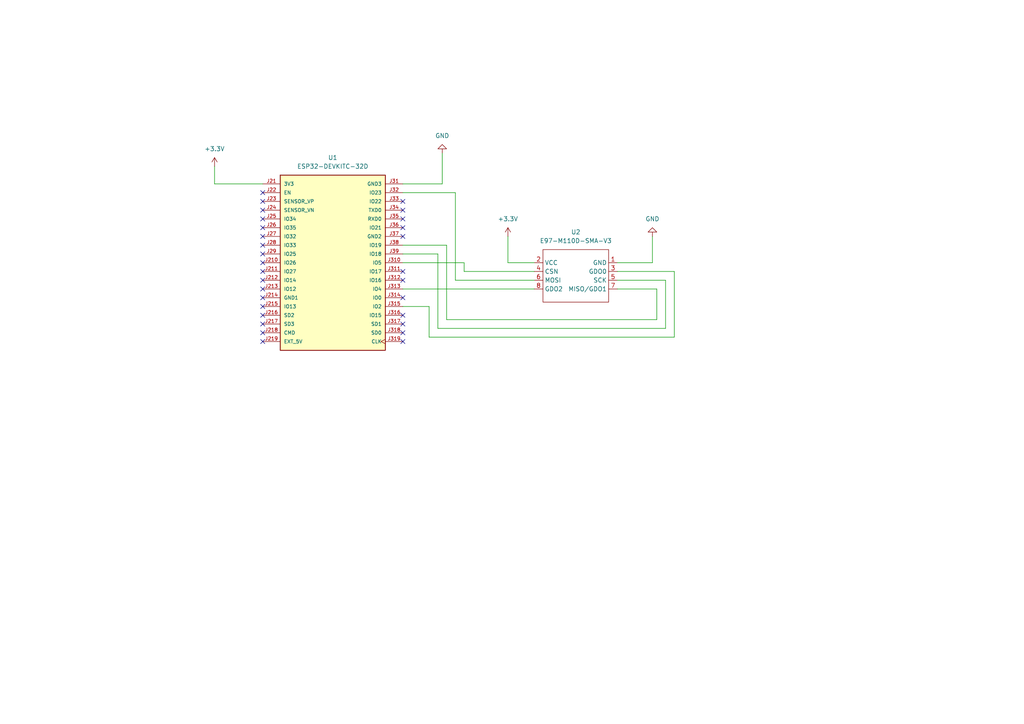
<source format=kicad_sch>
(kicad_sch (version 20211123) (generator eeschema)

  (uuid 045fda87-304c-46af-a1fc-26948de24d9a)

  (paper "A4")

  (lib_symbols
    (symbol "esp32-somfy-remote:E97-M110D-SMA-V3" (in_bom yes) (on_board yes)
      (property "Reference" "U" (id 0) (at -10.16 2.54 0)
        (effects (font (size 1.27 1.27)) (justify left))
      )
      (property "Value" "E97-M110D-SMA-V3" (id 1) (at -10.16 0 0)
        (effects (font (size 1.27 1.27)) (justify left))
      )
      (property "Footprint" "esp32-somfy-remote:E07-M1101D-SMA-v3" (id 2) (at 0 -19.05 0)
        (effects (font (size 1.27 1.27)) hide)
      )
      (property "Datasheet" "" (id 3) (at -15.24 -8.89 90)
        (effects (font (size 1.27 1.27)) hide)
      )
      (symbol "E97-M110D-SMA-V3_0_0"
        (pin power_in line (at 11.43 -5.08 180) (length 2.54)
          (name "GND" (effects (font (size 1.27 1.27))))
          (number "1" (effects (font (size 1.27 1.27))))
        )
        (pin power_in line (at -12.7 -5.08 0) (length 2.54)
          (name "VCC" (effects (font (size 1.27 1.27))))
          (number "2" (effects (font (size 1.27 1.27))))
        )
        (pin output line (at 11.43 -7.62 180) (length 2.54)
          (name "GDO0" (effects (font (size 1.27 1.27))))
          (number "3" (effects (font (size 1.27 1.27))))
        )
        (pin input line (at -12.7 -7.62 0) (length 2.54)
          (name "CSN" (effects (font (size 1.27 1.27))))
          (number "4" (effects (font (size 1.27 1.27))))
        )
        (pin input line (at 11.43 -10.16 180) (length 2.54)
          (name "SCK" (effects (font (size 1.27 1.27))))
          (number "5" (effects (font (size 1.27 1.27))))
        )
        (pin input line (at -12.7 -10.16 0) (length 2.54)
          (name "MOSI" (effects (font (size 1.27 1.27))))
          (number "6" (effects (font (size 1.27 1.27))))
        )
        (pin output line (at 11.43 -12.7 180) (length 2.54)
          (name "MISO/GDO1" (effects (font (size 1.27 1.27))))
          (number "7" (effects (font (size 1.27 1.27))))
        )
        (pin output line (at -12.7 -12.7 0) (length 2.54)
          (name "GDO2" (effects (font (size 1.27 1.27))))
          (number "8" (effects (font (size 1.27 1.27))))
        )
      )
      (symbol "E97-M110D-SMA-V3_0_1"
        (rectangle (start -10.16 -16.51) (end 8.89 -1.27)
          (stroke (width 0) (type default) (color 0 0 0 0))
          (fill (type none))
        )
      )
    )
    (symbol "esp32-somfy-remote:ESP32-DEVKITC-32D" (pin_names (offset 1.016)) (in_bom yes) (on_board yes)
      (property "Reference" "U" (id 0) (at -15.2654 26.0604 0)
        (effects (font (size 1.27 1.27)) (justify left bottom))
      )
      (property "Value" "ESP32-DEVKITC-32D" (id 1) (at -15.2654 -27.9654 0)
        (effects (font (size 1.27 1.27)) (justify left bottom))
      )
      (property "Footprint" "MODULE_ESP32-DEVKITC-32D" (id 2) (at -15.24 27.94 0)
        (effects (font (size 1.27 1.27)) (justify left bottom) hide)
      )
      (property "Datasheet" "" (id 3) (at 0 0 0)
        (effects (font (size 1.27 1.27)) (justify left bottom) hide)
      )
      (symbol "ESP32-DEVKITC-32D_0_0"
        (rectangle (start -15.24 -25.4) (end 15.24 25.4)
          (stroke (width 0.254) (type default) (color 0 0 0 0))
          (fill (type background))
        )
        (pin power_in line (at -20.32 22.86 0) (length 5.08)
          (name "3V3" (effects (font (size 1.016 1.016))))
          (number "J21" (effects (font (size 1.016 1.016))))
        )
        (pin bidirectional line (at -20.32 0 0) (length 5.08)
          (name "IO26" (effects (font (size 1.016 1.016))))
          (number "J210" (effects (font (size 1.016 1.016))))
        )
        (pin bidirectional line (at -20.32 -2.54 0) (length 5.08)
          (name "IO27" (effects (font (size 1.016 1.016))))
          (number "J211" (effects (font (size 1.016 1.016))))
        )
        (pin bidirectional line (at -20.32 -5.08 0) (length 5.08)
          (name "IO14" (effects (font (size 1.016 1.016))))
          (number "J212" (effects (font (size 1.016 1.016))))
        )
        (pin bidirectional line (at -20.32 -7.62 0) (length 5.08)
          (name "IO12" (effects (font (size 1.016 1.016))))
          (number "J213" (effects (font (size 1.016 1.016))))
        )
        (pin power_in line (at -20.32 -10.16 0) (length 5.08)
          (name "GND1" (effects (font (size 1.016 1.016))))
          (number "J214" (effects (font (size 1.016 1.016))))
        )
        (pin bidirectional line (at -20.32 -12.7 0) (length 5.08)
          (name "IO13" (effects (font (size 1.016 1.016))))
          (number "J215" (effects (font (size 1.016 1.016))))
        )
        (pin bidirectional line (at -20.32 -15.24 0) (length 5.08)
          (name "SD2" (effects (font (size 1.016 1.016))))
          (number "J216" (effects (font (size 1.016 1.016))))
        )
        (pin bidirectional line (at -20.32 -17.78 0) (length 5.08)
          (name "SD3" (effects (font (size 1.016 1.016))))
          (number "J217" (effects (font (size 1.016 1.016))))
        )
        (pin bidirectional line (at -20.32 -20.32 0) (length 5.08)
          (name "CMD" (effects (font (size 1.016 1.016))))
          (number "J218" (effects (font (size 1.016 1.016))))
        )
        (pin power_in line (at -20.32 -22.86 0) (length 5.08)
          (name "EXT_5V" (effects (font (size 1.016 1.016))))
          (number "J219" (effects (font (size 1.016 1.016))))
        )
        (pin input line (at -20.32 20.32 0) (length 5.08)
          (name "EN" (effects (font (size 1.016 1.016))))
          (number "J22" (effects (font (size 1.016 1.016))))
        )
        (pin input line (at -20.32 17.78 0) (length 5.08)
          (name "SENSOR_VP" (effects (font (size 1.016 1.016))))
          (number "J23" (effects (font (size 1.016 1.016))))
        )
        (pin input line (at -20.32 15.24 0) (length 5.08)
          (name "SENSOR_VN" (effects (font (size 1.016 1.016))))
          (number "J24" (effects (font (size 1.016 1.016))))
        )
        (pin bidirectional line (at -20.32 12.7 0) (length 5.08)
          (name "IO34" (effects (font (size 1.016 1.016))))
          (number "J25" (effects (font (size 1.016 1.016))))
        )
        (pin bidirectional line (at -20.32 10.16 0) (length 5.08)
          (name "IO35" (effects (font (size 1.016 1.016))))
          (number "J26" (effects (font (size 1.016 1.016))))
        )
        (pin bidirectional line (at -20.32 7.62 0) (length 5.08)
          (name "IO32" (effects (font (size 1.016 1.016))))
          (number "J27" (effects (font (size 1.016 1.016))))
        )
        (pin bidirectional line (at -20.32 5.08 0) (length 5.08)
          (name "IO33" (effects (font (size 1.016 1.016))))
          (number "J28" (effects (font (size 1.016 1.016))))
        )
        (pin bidirectional line (at -20.32 2.54 0) (length 5.08)
          (name "IO25" (effects (font (size 1.016 1.016))))
          (number "J29" (effects (font (size 1.016 1.016))))
        )
        (pin power_in line (at 20.32 22.86 180) (length 5.08)
          (name "GND3" (effects (font (size 1.016 1.016))))
          (number "J31" (effects (font (size 1.016 1.016))))
        )
        (pin bidirectional line (at 20.32 0 180) (length 5.08)
          (name "IO5" (effects (font (size 1.016 1.016))))
          (number "J310" (effects (font (size 1.016 1.016))))
        )
        (pin bidirectional line (at 20.32 -2.54 180) (length 5.08)
          (name "IO17" (effects (font (size 1.016 1.016))))
          (number "J311" (effects (font (size 1.016 1.016))))
        )
        (pin bidirectional line (at 20.32 -5.08 180) (length 5.08)
          (name "IO16" (effects (font (size 1.016 1.016))))
          (number "J312" (effects (font (size 1.016 1.016))))
        )
        (pin bidirectional line (at 20.32 -7.62 180) (length 5.08)
          (name "IO4" (effects (font (size 1.016 1.016))))
          (number "J313" (effects (font (size 1.016 1.016))))
        )
        (pin bidirectional line (at 20.32 -10.16 180) (length 5.08)
          (name "IO0" (effects (font (size 1.016 1.016))))
          (number "J314" (effects (font (size 1.016 1.016))))
        )
        (pin bidirectional line (at 20.32 -12.7 180) (length 5.08)
          (name "IO2" (effects (font (size 1.016 1.016))))
          (number "J315" (effects (font (size 1.016 1.016))))
        )
        (pin bidirectional line (at 20.32 -15.24 180) (length 5.08)
          (name "IO15" (effects (font (size 1.016 1.016))))
          (number "J316" (effects (font (size 1.016 1.016))))
        )
        (pin bidirectional line (at 20.32 -17.78 180) (length 5.08)
          (name "SD1" (effects (font (size 1.016 1.016))))
          (number "J317" (effects (font (size 1.016 1.016))))
        )
        (pin bidirectional line (at 20.32 -20.32 180) (length 5.08)
          (name "SD0" (effects (font (size 1.016 1.016))))
          (number "J318" (effects (font (size 1.016 1.016))))
        )
        (pin input clock (at 20.32 -22.86 180) (length 5.08)
          (name "CLK" (effects (font (size 1.016 1.016))))
          (number "J319" (effects (font (size 1.016 1.016))))
        )
        (pin bidirectional line (at 20.32 20.32 180) (length 5.08)
          (name "IO23" (effects (font (size 1.016 1.016))))
          (number "J32" (effects (font (size 1.016 1.016))))
        )
        (pin bidirectional line (at 20.32 17.78 180) (length 5.08)
          (name "IO22" (effects (font (size 1.016 1.016))))
          (number "J33" (effects (font (size 1.016 1.016))))
        )
        (pin output line (at 20.32 15.24 180) (length 5.08)
          (name "TXD0" (effects (font (size 1.016 1.016))))
          (number "J34" (effects (font (size 1.016 1.016))))
        )
        (pin input line (at 20.32 12.7 180) (length 5.08)
          (name "RXD0" (effects (font (size 1.016 1.016))))
          (number "J35" (effects (font (size 1.016 1.016))))
        )
        (pin bidirectional line (at 20.32 10.16 180) (length 5.08)
          (name "IO21" (effects (font (size 1.016 1.016))))
          (number "J36" (effects (font (size 1.016 1.016))))
        )
        (pin power_in line (at 20.32 7.62 180) (length 5.08)
          (name "GND2" (effects (font (size 1.016 1.016))))
          (number "J37" (effects (font (size 1.016 1.016))))
        )
        (pin bidirectional line (at 20.32 5.08 180) (length 5.08)
          (name "IO19" (effects (font (size 1.016 1.016))))
          (number "J38" (effects (font (size 1.016 1.016))))
        )
        (pin bidirectional line (at 20.32 2.54 180) (length 5.08)
          (name "IO18" (effects (font (size 1.016 1.016))))
          (number "J39" (effects (font (size 1.016 1.016))))
        )
      )
    )
    (symbol "power:+3.3V" (power) (pin_names (offset 0)) (in_bom yes) (on_board yes)
      (property "Reference" "#PWR" (id 0) (at 0 -3.81 0)
        (effects (font (size 1.27 1.27)) hide)
      )
      (property "Value" "+3.3V" (id 1) (at 0 3.556 0)
        (effects (font (size 1.27 1.27)))
      )
      (property "Footprint" "" (id 2) (at 0 0 0)
        (effects (font (size 1.27 1.27)) hide)
      )
      (property "Datasheet" "" (id 3) (at 0 0 0)
        (effects (font (size 1.27 1.27)) hide)
      )
      (property "ki_keywords" "power-flag" (id 4) (at 0 0 0)
        (effects (font (size 1.27 1.27)) hide)
      )
      (property "ki_description" "Power symbol creates a global label with name \"+3.3V\"" (id 5) (at 0 0 0)
        (effects (font (size 1.27 1.27)) hide)
      )
      (symbol "+3.3V_0_1"
        (polyline
          (pts
            (xy -0.762 1.27)
            (xy 0 2.54)
          )
          (stroke (width 0) (type default) (color 0 0 0 0))
          (fill (type none))
        )
        (polyline
          (pts
            (xy 0 0)
            (xy 0 2.54)
          )
          (stroke (width 0) (type default) (color 0 0 0 0))
          (fill (type none))
        )
        (polyline
          (pts
            (xy 0 2.54)
            (xy 0.762 1.27)
          )
          (stroke (width 0) (type default) (color 0 0 0 0))
          (fill (type none))
        )
      )
      (symbol "+3.3V_1_1"
        (pin power_in line (at 0 0 90) (length 0) hide
          (name "+3.3V" (effects (font (size 1.27 1.27))))
          (number "1" (effects (font (size 1.27 1.27))))
        )
      )
    )
    (symbol "power:GND" (power) (pin_names (offset 0)) (in_bom yes) (on_board yes)
      (property "Reference" "#PWR" (id 0) (at 0 -6.35 0)
        (effects (font (size 1.27 1.27)) hide)
      )
      (property "Value" "GND" (id 1) (at 0 -3.81 0)
        (effects (font (size 1.27 1.27)))
      )
      (property "Footprint" "" (id 2) (at 0 0 0)
        (effects (font (size 1.27 1.27)) hide)
      )
      (property "Datasheet" "" (id 3) (at 0 0 0)
        (effects (font (size 1.27 1.27)) hide)
      )
      (property "ki_keywords" "power-flag" (id 4) (at 0 0 0)
        (effects (font (size 1.27 1.27)) hide)
      )
      (property "ki_description" "Power symbol creates a global label with name \"GND\" , ground" (id 5) (at 0 0 0)
        (effects (font (size 1.27 1.27)) hide)
      )
      (symbol "GND_0_1"
        (polyline
          (pts
            (xy 0 0)
            (xy 0 -1.27)
            (xy 1.27 -1.27)
            (xy 0 -2.54)
            (xy -1.27 -1.27)
            (xy 0 -1.27)
          )
          (stroke (width 0) (type default) (color 0 0 0 0))
          (fill (type none))
        )
      )
      (symbol "GND_1_1"
        (pin power_in line (at 0 0 270) (length 0) hide
          (name "GND" (effects (font (size 1.27 1.27))))
          (number "1" (effects (font (size 1.27 1.27))))
        )
      )
    )
  )


  (no_connect (at 116.84 60.96) (uuid 0401a096-4ca5-497a-b863-31f2c6506b90))
  (no_connect (at 116.84 63.5) (uuid 09023028-1e00-46f3-a799-7cf73697d815))
  (no_connect (at 76.2 55.88) (uuid 129ac93c-06a1-4c95-8005-cc8ff5de35f6))
  (no_connect (at 116.84 81.28) (uuid 14271bed-72d8-445a-bacb-8caf2f675d83))
  (no_connect (at 76.2 86.36) (uuid 1abab7fb-dee6-42f7-b9fa-95ccb8ffb1b6))
  (no_connect (at 116.84 93.98) (uuid 229b16f3-666d-4ea5-9163-10c439d8285a))
  (no_connect (at 76.2 63.5) (uuid 292cb311-40db-4241-bf97-e067060fc8eb))
  (no_connect (at 116.84 86.36) (uuid 2be53721-eeb0-4380-92c1-bdbbe84110c0))
  (no_connect (at 76.2 68.58) (uuid 2eb57a69-5e3a-442f-808b-00f154f1b6db))
  (no_connect (at 76.2 81.28) (uuid 33e99305-d39f-4073-acd5-c4e7089e66c6))
  (no_connect (at 116.84 96.52) (uuid 3694c92c-033c-4f18-bc30-4ddeae946b00))
  (no_connect (at 116.84 99.06) (uuid 38d153ab-d7c8-411e-9d06-2451e2a6e383))
  (no_connect (at 76.2 60.96) (uuid 3c75710f-23cd-482b-808a-a314859e2914))
  (no_connect (at 76.2 99.06) (uuid 3fae7768-3d75-4836-b7e1-ebf26a367be9))
  (no_connect (at 76.2 88.9) (uuid 49b589fa-7ff0-45cf-b52d-769856beeabb))
  (no_connect (at 116.84 78.74) (uuid 4c2724a3-a8f5-40ae-ba0c-3291f93d2b05))
  (no_connect (at 76.2 76.2) (uuid 5ccfb799-b045-4c01-bc10-0130c544547c))
  (no_connect (at 76.2 96.52) (uuid 69452022-922e-46f3-baba-e417403247ea))
  (no_connect (at 116.84 58.42) (uuid 83fa825c-412d-4cc0-af7a-77c74a9242c1))
  (no_connect (at 76.2 93.98) (uuid 8c37ebb6-e377-4bbe-8c37-3dabd72d6238))
  (no_connect (at 116.84 91.44) (uuid 9a3c2c9d-f80b-4f53-a05f-55a60eea0754))
  (no_connect (at 76.2 66.04) (uuid a476498e-763a-4562-81d6-067eebd63624))
  (no_connect (at 76.2 71.12) (uuid a4d0b32a-91b2-4d6a-a1f6-cd74a077e0f4))
  (no_connect (at 76.2 73.66) (uuid ae9d83ad-6093-488c-8a1d-3600d5ca3d03))
  (no_connect (at 76.2 78.74) (uuid b42ff3d0-1d2d-4ea6-ac04-4e81dca5a266))
  (no_connect (at 76.2 58.42) (uuid c074f818-9595-4c79-bc1a-43505b9e83d5))
  (no_connect (at 76.2 91.44) (uuid cba06a86-e376-4fcc-8809-31681f121f58))
  (no_connect (at 76.2 83.82) (uuid dc6ab70f-8ea0-459f-b678-60edf5ea1e85))
  (no_connect (at 116.84 68.58) (uuid ee7afd16-bde4-43be-b9d2-394d97626a9e))
  (no_connect (at 116.84 66.04) (uuid fbc8eb14-ae8d-4756-bf27-f24c32390f02))

  (wire (pts (xy 128.27 53.34) (xy 128.27 44.45))
    (stroke (width 0) (type default) (color 0 0 0 0))
    (uuid 04b6780a-c801-43dd-b4b4-d481265b3a25)
  )
  (wire (pts (xy 193.04 95.25) (xy 193.04 81.28))
    (stroke (width 0) (type default) (color 0 0 0 0))
    (uuid 2f529bf4-73d6-42c5-8ce1-b68f3e1c17ab)
  )
  (wire (pts (xy 129.54 92.71) (xy 190.5 92.71))
    (stroke (width 0) (type default) (color 0 0 0 0))
    (uuid 36669b2b-ee20-48c7-b8c3-f78ed06a0475)
  )
  (wire (pts (xy 124.46 97.79) (xy 124.46 88.9))
    (stroke (width 0) (type default) (color 0 0 0 0))
    (uuid 38a40fc0-9fcb-4d32-b12e-1821532231f0)
  )
  (wire (pts (xy 134.62 78.74) (xy 154.94 78.74))
    (stroke (width 0) (type default) (color 0 0 0 0))
    (uuid 41514ed6-9583-47a2-ba1c-35f767ba8e89)
  )
  (wire (pts (xy 116.84 53.34) (xy 128.27 53.34))
    (stroke (width 0) (type default) (color 0 0 0 0))
    (uuid 47685f97-651d-482a-b373-f6a8c6669cfe)
  )
  (wire (pts (xy 132.08 55.88) (xy 132.08 81.28))
    (stroke (width 0) (type default) (color 0 0 0 0))
    (uuid 5fb7354b-01e1-4720-aeed-896fa55c6fb0)
  )
  (wire (pts (xy 116.84 55.88) (xy 132.08 55.88))
    (stroke (width 0) (type default) (color 0 0 0 0))
    (uuid 61cbda10-9fec-4563-861d-282ad25cc7a6)
  )
  (wire (pts (xy 124.46 88.9) (xy 116.84 88.9))
    (stroke (width 0) (type default) (color 0 0 0 0))
    (uuid 6773225e-55e0-4bb5-a1c3-75bff49ef60f)
  )
  (wire (pts (xy 124.46 97.79) (xy 195.58 97.79))
    (stroke (width 0) (type default) (color 0 0 0 0))
    (uuid 7ee558b3-8bfb-4e42-a043-463f6955c055)
  )
  (wire (pts (xy 129.54 71.12) (xy 129.54 92.71))
    (stroke (width 0) (type default) (color 0 0 0 0))
    (uuid 8319aabd-5459-42df-91f7-cfd235bef703)
  )
  (wire (pts (xy 189.23 76.2) (xy 179.07 76.2))
    (stroke (width 0) (type default) (color 0 0 0 0))
    (uuid 83ca4b91-5a1b-474a-af00-834f8123967e)
  )
  (wire (pts (xy 76.2 53.34) (xy 62.23 53.34))
    (stroke (width 0) (type default) (color 0 0 0 0))
    (uuid 8f545743-dd9f-4e8b-9bd2-c3fb54f719dc)
  )
  (wire (pts (xy 195.58 97.79) (xy 195.58 78.74))
    (stroke (width 0) (type default) (color 0 0 0 0))
    (uuid 94f040b2-6dc3-4a37-bf3f-113f1fa438f6)
  )
  (wire (pts (xy 116.84 76.2) (xy 134.62 76.2))
    (stroke (width 0) (type default) (color 0 0 0 0))
    (uuid 9f770b0f-ce58-49f9-bdaf-fb5049766acb)
  )
  (wire (pts (xy 134.62 76.2) (xy 134.62 78.74))
    (stroke (width 0) (type default) (color 0 0 0 0))
    (uuid a26338fe-f9a9-426d-8778-d3685e598b68)
  )
  (wire (pts (xy 147.32 76.2) (xy 154.94 76.2))
    (stroke (width 0) (type default) (color 0 0 0 0))
    (uuid adedaeff-94a9-47ef-8101-e3e8afaa06cf)
  )
  (wire (pts (xy 195.58 78.74) (xy 179.07 78.74))
    (stroke (width 0) (type default) (color 0 0 0 0))
    (uuid b1c5f79b-6f34-42c6-8509-0e8c34a2d40c)
  )
  (wire (pts (xy 132.08 81.28) (xy 154.94 81.28))
    (stroke (width 0) (type default) (color 0 0 0 0))
    (uuid b32ac505-b8f3-4547-8f85-c033c029ba4e)
  )
  (wire (pts (xy 147.32 68.58) (xy 147.32 76.2))
    (stroke (width 0) (type default) (color 0 0 0 0))
    (uuid b6cd67d6-21f3-477b-9fd2-e10038c33255)
  )
  (wire (pts (xy 116.84 71.12) (xy 129.54 71.12))
    (stroke (width 0) (type default) (color 0 0 0 0))
    (uuid ba093d8e-af55-4cd7-b7f6-449372d21055)
  )
  (wire (pts (xy 62.23 53.34) (xy 62.23 48.26))
    (stroke (width 0) (type default) (color 0 0 0 0))
    (uuid be7f05f6-f40b-4c2a-a2e4-31ec06114179)
  )
  (wire (pts (xy 116.84 73.66) (xy 127 73.66))
    (stroke (width 0) (type default) (color 0 0 0 0))
    (uuid bf975d3a-87fc-4515-8c59-8c6630f798ec)
  )
  (wire (pts (xy 190.5 92.71) (xy 190.5 83.82))
    (stroke (width 0) (type default) (color 0 0 0 0))
    (uuid bfa62700-5e88-4fb9-a8cd-db8961ebb402)
  )
  (wire (pts (xy 116.84 83.82) (xy 154.94 83.82))
    (stroke (width 0) (type default) (color 0 0 0 0))
    (uuid c5ece771-d9b9-482d-ab4b-9f0d282e6797)
  )
  (wire (pts (xy 190.5 83.82) (xy 179.07 83.82))
    (stroke (width 0) (type default) (color 0 0 0 0))
    (uuid c84fb934-16b1-42d9-b8dc-a0c381b7efa8)
  )
  (wire (pts (xy 127 73.66) (xy 127 95.25))
    (stroke (width 0) (type default) (color 0 0 0 0))
    (uuid ce966f06-1d96-4a47-a449-1eb1f080e535)
  )
  (wire (pts (xy 193.04 81.28) (xy 179.07 81.28))
    (stroke (width 0) (type default) (color 0 0 0 0))
    (uuid d05ff5a4-820d-4c73-989c-86754573780b)
  )
  (wire (pts (xy 189.23 68.58) (xy 189.23 76.2))
    (stroke (width 0) (type default) (color 0 0 0 0))
    (uuid d19e359b-4aeb-4cb5-8dc8-eae0ee3baf68)
  )
  (wire (pts (xy 127 95.25) (xy 193.04 95.25))
    (stroke (width 0) (type default) (color 0 0 0 0))
    (uuid f5e29181-7ddd-4064-8bd7-97dc71932928)
  )

  (symbol (lib_id "power:GND") (at 128.27 44.45 180) (unit 1)
    (in_bom yes) (on_board yes) (fields_autoplaced)
    (uuid 09e4c530-768f-45bd-8a62-6e659000f338)
    (property "Reference" "#PWR02" (id 0) (at 128.27 38.1 0)
      (effects (font (size 1.27 1.27)) hide)
    )
    (property "Value" "GND" (id 1) (at 128.27 39.37 0))
    (property "Footprint" "" (id 2) (at 128.27 44.45 0)
      (effects (font (size 1.27 1.27)) hide)
    )
    (property "Datasheet" "" (id 3) (at 128.27 44.45 0)
      (effects (font (size 1.27 1.27)) hide)
    )
    (pin "1" (uuid 08cf8989-2be1-4d18-9bb6-c26d40bdea0b))
  )

  (symbol (lib_id "esp32-somfy-remote:E97-M110D-SMA-V3") (at 167.64 71.12 0) (unit 1)
    (in_bom yes) (on_board yes) (fields_autoplaced)
    (uuid 1fd8a47b-4018-4d75-ab8d-8af26b0742d2)
    (property "Reference" "U2" (id 0) (at 167.005 67.31 0))
    (property "Value" "E97-M110D-SMA-V3" (id 1) (at 167.005 69.85 0))
    (property "Footprint" "esp32-somfy-remote:E07-M1101D-SMA-v3" (id 2) (at 167.64 90.17 0)
      (effects (font (size 1.27 1.27)) hide)
    )
    (property "Datasheet" "" (id 3) (at 152.4 80.01 90)
      (effects (font (size 1.27 1.27)) hide)
    )
    (pin "1" (uuid 64d84ed3-fef3-411a-9ebd-0bec327c0101))
    (pin "2" (uuid 17f4c522-d368-48ab-8efc-21485dfff4ec))
    (pin "3" (uuid a4f826bb-d045-40f7-a83d-7ca5346a211e))
    (pin "4" (uuid 419d2d5f-394f-47e8-8087-e4dc00d61f0a))
    (pin "5" (uuid 8fe3797f-bcbc-47e5-bda4-c13803a0ba79))
    (pin "6" (uuid e14857e1-1880-486d-9a05-b01e12df1aee))
    (pin "7" (uuid 52d6c4f6-7ec7-4fd3-8e86-8f67ef909a8c))
    (pin "8" (uuid e2ff333c-ee2b-4a0a-81ad-77752cf53d92))
  )

  (symbol (lib_id "power:+3.3V") (at 147.32 68.58 0) (unit 1)
    (in_bom yes) (on_board yes) (fields_autoplaced)
    (uuid 41339d98-ae0d-4566-8df6-9436d7798096)
    (property "Reference" "#PWR03" (id 0) (at 147.32 72.39 0)
      (effects (font (size 1.27 1.27)) hide)
    )
    (property "Value" "+3.3V" (id 1) (at 147.32 63.5 0))
    (property "Footprint" "" (id 2) (at 147.32 68.58 0)
      (effects (font (size 1.27 1.27)) hide)
    )
    (property "Datasheet" "" (id 3) (at 147.32 68.58 0)
      (effects (font (size 1.27 1.27)) hide)
    )
    (pin "1" (uuid 914f2d30-f432-4f9e-9b8f-28897f6a71c3))
  )

  (symbol (lib_id "power:+3.3V") (at 62.23 48.26 0) (unit 1)
    (in_bom yes) (on_board yes) (fields_autoplaced)
    (uuid 50ce2065-64c2-495b-920b-a3d9beca6388)
    (property "Reference" "#PWR01" (id 0) (at 62.23 52.07 0)
      (effects (font (size 1.27 1.27)) hide)
    )
    (property "Value" "+3.3V" (id 1) (at 62.23 43.18 0))
    (property "Footprint" "" (id 2) (at 62.23 48.26 0)
      (effects (font (size 1.27 1.27)) hide)
    )
    (property "Datasheet" "" (id 3) (at 62.23 48.26 0)
      (effects (font (size 1.27 1.27)) hide)
    )
    (pin "1" (uuid 443bce37-f269-48ff-bee6-fcabe4bd0c5e))
  )

  (symbol (lib_id "power:GND") (at 189.23 68.58 180) (unit 1)
    (in_bom yes) (on_board yes) (fields_autoplaced)
    (uuid 518353b6-3783-4d66-8b09-8daad613cfdf)
    (property "Reference" "#PWR04" (id 0) (at 189.23 62.23 0)
      (effects (font (size 1.27 1.27)) hide)
    )
    (property "Value" "GND" (id 1) (at 189.23 63.5 0))
    (property "Footprint" "" (id 2) (at 189.23 68.58 0)
      (effects (font (size 1.27 1.27)) hide)
    )
    (property "Datasheet" "" (id 3) (at 189.23 68.58 0)
      (effects (font (size 1.27 1.27)) hide)
    )
    (pin "1" (uuid de921c6b-4f72-4aee-b9f2-2f9c3abee90c))
  )

  (symbol (lib_id "esp32-somfy-remote:ESP32-DEVKITC-32D") (at 96.52 76.2 0) (unit 1)
    (in_bom yes) (on_board yes) (fields_autoplaced)
    (uuid e8e90eb4-32ad-4ff7-bb21-0ab9d2310669)
    (property "Reference" "U1" (id 0) (at 96.52 45.72 0))
    (property "Value" "ESP32-DEVKITC-32D" (id 1) (at 96.52 48.26 0))
    (property "Footprint" "esp32-somfy-remote:MODULE_ESP32-DEVKITC-32D" (id 2) (at 81.28 48.26 0)
      (effects (font (size 1.27 1.27)) (justify left bottom) hide)
    )
    (property "Datasheet" "" (id 3) (at 96.52 76.2 0)
      (effects (font (size 1.27 1.27)) (justify left bottom) hide)
    )
    (pin "J21" (uuid 457ee218-d1e0-4f41-9180-e623f141986b))
    (pin "J210" (uuid 93979322-962b-4710-8ea9-f16bf7cce8d7))
    (pin "J211" (uuid 4a05bccc-ddfb-4ac6-a5a2-3debabb58ca8))
    (pin "J212" (uuid 27abf118-d32a-491c-938f-f14d9916ef99))
    (pin "J213" (uuid e7b36830-6e85-4396-a0fd-0d7c103d13a0))
    (pin "J214" (uuid 3a0533cd-77cd-4229-9acd-2b21f2e8009e))
    (pin "J215" (uuid a3b3c9e7-9aac-4a0d-b9bb-70f423af4547))
    (pin "J216" (uuid 99e879b7-f72b-4ff0-b7d9-456d7eeb3a82))
    (pin "J217" (uuid 4b4d5d79-9b6e-4120-aaf1-e8dafd5507b6))
    (pin "J218" (uuid eae68560-59f4-4917-8b79-8d1cb42d2267))
    (pin "J219" (uuid 1f370c75-8bb5-49ac-8073-fbb58b79792f))
    (pin "J22" (uuid 06ca5b7c-6343-4780-92ab-0069330f5ebd))
    (pin "J23" (uuid fe335899-2ac0-434a-b14b-541425a00b23))
    (pin "J24" (uuid 01ba9b12-bdd4-408b-a118-f46beb949248))
    (pin "J25" (uuid 28bb5b11-0bd0-44d1-9bfa-8bfee51a3d35))
    (pin "J26" (uuid 9ebb4d44-885c-4c71-b71c-6ebdd0e49db9))
    (pin "J27" (uuid ecc7032a-c34f-4e2a-a7da-12f71e6bda12))
    (pin "J28" (uuid 79070f66-47c9-4f72-bfca-5cdf6924d48c))
    (pin "J29" (uuid 9b2351d8-1fa3-46db-8ab3-43affae94c8c))
    (pin "J31" (uuid 487423de-fa61-4ab3-a4dc-8cb6f74c00fc))
    (pin "J310" (uuid 07d273b2-94a9-4f28-9176-53d5b314dde0))
    (pin "J311" (uuid d15fd178-ef22-4b2f-a588-aa31d90b8476))
    (pin "J312" (uuid 710c511d-7642-439a-b236-18e70e1defa0))
    (pin "J313" (uuid 9ea62fe4-a63d-4789-b2e2-4b401dc99cc2))
    (pin "J314" (uuid 11c04ac7-49bf-4c90-a9e8-6e5ad91abd98))
    (pin "J315" (uuid a271480c-5b4b-401a-8258-dacd75c9d801))
    (pin "J316" (uuid 91e90666-d2d8-4ceb-805d-87f7566e4252))
    (pin "J317" (uuid 97b4ff25-56b0-407d-9847-0267367a4ae5))
    (pin "J318" (uuid 8165012f-ced2-4de1-b359-ab03c21eef04))
    (pin "J319" (uuid 630b117c-4b3b-4b2f-adb3-f206e7f83335))
    (pin "J32" (uuid 32108f67-ba86-4aa4-963c-107043dc3ea2))
    (pin "J33" (uuid f039c9d8-52d4-4f0e-8003-c8eb3c100d35))
    (pin "J34" (uuid 6b6e4805-65a8-4ef5-ba34-eccf6ccaf134))
    (pin "J35" (uuid a4c550d3-0e80-4d9e-9c0d-da8c0d1dfe62))
    (pin "J36" (uuid 67c3cbeb-9346-4833-9ff3-0a3b884bf4ef))
    (pin "J37" (uuid d644ddd3-36a6-4ce7-98a9-3392cdb0f6bd))
    (pin "J38" (uuid 4175d354-92d8-47a6-9616-c36fc9958c91))
    (pin "J39" (uuid caea1dba-16a8-49fe-8467-3e6cbb2cfc46))
  )

  (sheet_instances
    (path "/" (page "1"))
  )

  (symbol_instances
    (path "/50ce2065-64c2-495b-920b-a3d9beca6388"
      (reference "#PWR01") (unit 1) (value "+3.3V") (footprint "")
    )
    (path "/09e4c530-768f-45bd-8a62-6e659000f338"
      (reference "#PWR02") (unit 1) (value "GND") (footprint "")
    )
    (path "/41339d98-ae0d-4566-8df6-9436d7798096"
      (reference "#PWR03") (unit 1) (value "+3.3V") (footprint "")
    )
    (path "/518353b6-3783-4d66-8b09-8daad613cfdf"
      (reference "#PWR04") (unit 1) (value "GND") (footprint "")
    )
    (path "/e8e90eb4-32ad-4ff7-bb21-0ab9d2310669"
      (reference "U1") (unit 1) (value "ESP32-DEVKITC-32D") (footprint "esp32-somfy-remote:MODULE_ESP32-DEVKITC-32D")
    )
    (path "/1fd8a47b-4018-4d75-ab8d-8af26b0742d2"
      (reference "U2") (unit 1) (value "E97-M110D-SMA-V3") (footprint "esp32-somfy-remote:E07-M1101D-SMA-v3")
    )
  )
)

</source>
